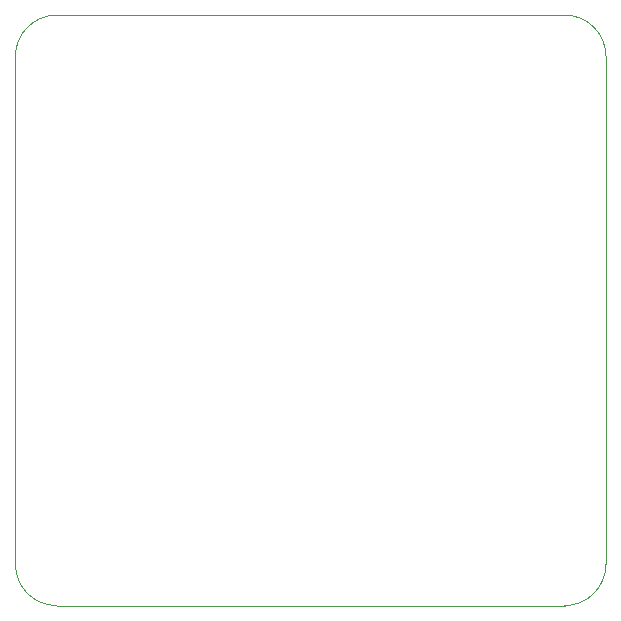
<source format=gm1>
G04 #@! TF.GenerationSoftware,KiCad,Pcbnew,(6.0.2)*
G04 #@! TF.CreationDate,2022-07-14T22:41:21+01:00*
G04 #@! TF.ProjectId,Actuators Board,41637475-6174-46f7-9273-20426f617264,rev?*
G04 #@! TF.SameCoordinates,Original*
G04 #@! TF.FileFunction,Profile,NP*
%FSLAX46Y46*%
G04 Gerber Fmt 4.6, Leading zero omitted, Abs format (unit mm)*
G04 Created by KiCad (PCBNEW (6.0.2)) date 2022-07-14 22:41:21*
%MOMM*%
%LPD*%
G01*
G04 APERTURE LIST*
G04 #@! TA.AperFunction,Profile*
%ADD10C,0.100000*%
G04 #@! TD*
G04 APERTURE END LIST*
D10*
X105000000Y-33500000D02*
G75*
G03*
X101500000Y-30000000I-3499999J1D01*
G01*
X58500000Y-30000000D02*
G75*
G03*
X55000000Y-33500000I-1J-3499999D01*
G01*
X101500000Y-80000000D02*
X58500000Y-80000000D01*
X55000000Y-76500000D02*
X55000000Y-33500000D01*
X55000000Y-76500000D02*
G75*
G03*
X58500000Y-80000000I3499999J-1D01*
G01*
X58500000Y-30000000D02*
X101500000Y-30000000D01*
X105000000Y-33500000D02*
X105000000Y-76500000D01*
X101500000Y-80000000D02*
G75*
G03*
X105000000Y-76500000I1J3499999D01*
G01*
M02*

</source>
